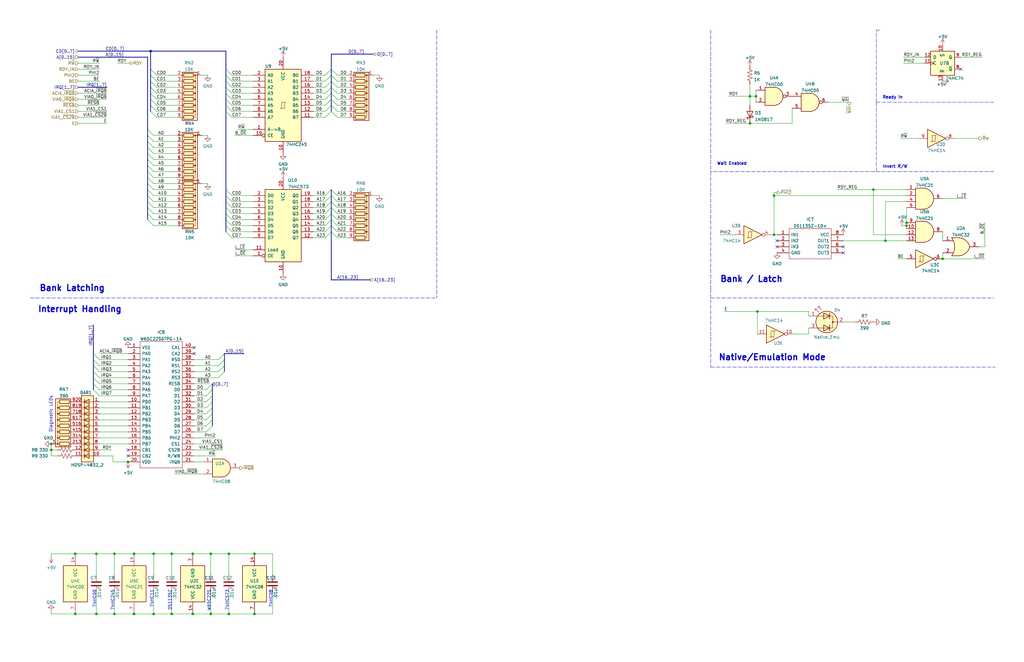
<source format=kicad_sch>
(kicad_sch (version 20211123) (generator eeschema)
  (paper "USLedger")
  (title_block (title "NS65816 Glue Logic") (date "2022-02-09") (rev "0.0") (comment 2 "Licensed under CERN-OHL-W v2") (comment 3 "https://github.com/Chef-Tom/NS65816") (comment 4 "Thomas Mottl"))
  (lib_symbols
    (symbol "74xx:74HC74" (pin_names (offset 1.016))
      (property "Reference" "U" (at -7.62 8.89 0))
      (property "Value" "74HC74" (at -7.62 -8.89 0))
      (symbol "74HC74_1_0"
        (pin input line (at 0 -7.62 90) (length 2.54) (name "~{R}") (number "1"))
        (pin input line (at -7.62 2.54 0) (length 2.54) (name "D") (number "2"))
        (pin input clock (at -7.62 0 0) (length 2.54) (name "C") (number "3"))
        (pin input line (at 0 7.62 270) (length 2.54) (name "~{S}") (number "4"))
        (pin output line (at 7.62 2.54 180) (length 2.54) (name "Q") (number "5"))
        (pin output line (at 7.62 -2.54 180) (length 2.54) (name "~{Q}") (number "6"))
      )
      (symbol "74HC74_2_0"
        (pin input line (at 0 7.62 270) (length 2.54) (name "~{S}") (number "10"))
        (pin input clock (at -7.62 0 0) (length 2.54) (name "C") (number "11"))
        (pin input line (at -7.62 2.54 0) (length 2.54) (name "D") (number "12"))
        (pin input line (at 0 -7.62 90) (length 2.54) (name "~{R}") (number "13"))
        (pin output line (at 7.62 -2.54 180) (length 2.54) (name "~{Q}") (number "8"))
        (pin output line (at 7.62 2.54 180) (length 2.54) (name "Q") (number "9"))
      )
      (symbol "74HC74_3_0"
        (pin power_in line (at 0 10.16 270) (length 2.54) (name "VCC") (number "14"))
        (pin power_in line (at 0 -10.16 90) (length 2.54) (name "GND") (number "7"))
      )
    )
    (symbol "74xx:74LS00" (pin_names (offset 1.016))
      (property "Reference" "U" (at 0 1.27 0))
      (property "Value" "74LS00" (at 0 -1.27 0))
      (symbol "74LS00_1_1"
        (pin input line (at -7.62 2.54 0) (length 3.81) (name "~") (number "1"))
        (pin input line (at -7.62 -2.54 0) (length 3.81) (name "~") (number "2"))
        (pin output inverted (at 7.62 0 180) (length 3.81) (name "~") (number "3"))
      )
      (symbol "74LS00_1_2"
        (pin input inverted (at -7.62 2.54 0) (length 4.318) (name "~") (number "1"))
        (pin input inverted (at -7.62 -2.54 0) (length 4.318) (name "~") (number "2"))
        (pin output line (at 7.62 0 180) (length 3.81) (name "~") (number "3"))
      )
      (symbol "74LS00_2_1"
        (pin input line (at -7.62 2.54 0) (length 3.81) (name "~") (number "4"))
        (pin input line (at -7.62 -2.54 0) (length 3.81) (name "~") (number "5"))
        (pin output inverted (at 7.62 0 180) (length 3.81) (name "~") (number "6"))
      )
      (symbol "74LS00_2_2"
        (pin input inverted (at -7.62 2.54 0) (length 4.318) (name "~") (number "4"))
        (pin input inverted (at -7.62 -2.54 0) (length 4.318) (name "~") (number "5"))
        (pin output line (at 7.62 0 180) (length 3.81) (name "~") (number "6"))
      )
      (symbol "74LS00_3_1"
        (pin input line (at -7.62 -2.54 0) (length 3.81) (name "~") (number "10"))
        (pin output inverted (at 7.62 0 180) (length 3.81) (name "~") (number "8"))
        (pin input line (at -7.62 2.54 0) (length 3.81) (name "~") (number "9"))
      )
      (symbol "74LS00_3_2"
        (pin input inverted (at -7.62 -2.54 0) (length 4.318) (name "~") (number "10"))
        (pin output line (at 7.62 0 180) (length 3.81) (name "~") (number "8"))
        (pin input inverted (at -7.62 2.54 0) (length 4.318) (name "~") (number "9"))
      )
      (symbol "74LS00_4_1"
        (pin output inverted (at 7.62 0 180) (length 3.81) (name "~") (number "11"))
        (pin input line (at -7.62 2.54 0) (length 3.81) (name "~") (number "12"))
        (pin input line (at -7.62 -2.54 0) (length 3.81) (name "~") (number "13"))
      )
      (symbol "74LS00_4_2"
        (pin output line (at 7.62 0 180) (length 3.81) (name "~") (number "11"))
        (pin input inverted (at -7.62 2.54 0) (length 4.318) (name "~") (number "12"))
        (pin input inverted (at -7.62 -2.54 0) (length 4.318) (name "~") (number "13"))
      )
      (symbol "74LS00_5_0"
        (pin power_in line (at 0 12.7 270) (length 5.08) (name "VCC") (number "14"))
        (pin power_in line (at 0 -12.7 90) (length 5.08) (name "GND") (number "7"))
      )
    )
    (symbol "74xx:74LS08" (pin_names (offset 1.016))
      (property "Reference" "U" (at 0 1.27 0))
      (property "Value" "74LS08" (at 0 -1.27 0))
      (symbol "74LS08_1_1"
        (pin input line (at -7.62 2.54 0) (length 3.81) (name "~") (number "1"))
        (pin input line (at -7.62 -2.54 0) (length 3.81) (name "~") (number "2"))
        (pin output line (at 7.62 0 180) (length 3.81) (name "~") (number "3"))
      )
      (symbol "74LS08_1_2"
        (pin input inverted (at -7.62 2.54 0) (length 4.318) (name "~") (number "1"))
        (pin input inverted (at -7.62 -2.54 0) (length 4.318) (name "~") (number "2"))
        (pin output inverted (at 7.62 0 180) (length 3.81) (name "~") (number "3"))
      )
      (symbol "74LS08_2_1"
        (pin input line (at -7.62 2.54 0) (length 3.81) (name "~") (number "4"))
        (pin input line (at -7.62 -2.54 0) (length 3.81) (name "~") (number "5"))
        (pin output line (at 7.62 0 180) (length 3.81) (name "~") (number "6"))
      )
      (symbol "74LS08_2_2"
        (pin input inverted (at -7.62 2.54 0) (length 4.318) (name "~") (number "4"))
        (pin input inverted (at -7.62 -2.54 0) (length 4.318) (name "~") (number "5"))
        (pin output inverted (at 7.62 0 180) (length 3.81) (name "~") (number "6"))
      )
      (symbol "74LS08_3_1"
        (pin input line (at -7.62 -2.54 0) (length 3.81) (name "~") (number "10"))
        (pin output line (at 7.62 0 180) (length 3.81) (name "~") (number "8"))
        (pin input line (at -7.62 2.54 0) (length 3.81) (name "~") (number "9"))
      )
      (symbol "74LS08_3_2"
        (pin input inverted (at -7.62 -2.54 0) (length 4.318) (name "~") (number "10"))
        (pin output inverted (at 7.62 0 180) (length 3.81) (name "~") (number "8"))
        (pin input inverted (at -7.62 2.54 0) (length 4.318) (name "~") (number "9"))
      )
      (symbol "74LS08_4_1"
        (pin output line (at 7.62 0 180) (length 3.81) (name "~") (number "11"))
        (pin input line (at -7.62 2.54 0) (length 3.81) (name "~") (number "12"))
        (pin input line (at -7.62 -2.54 0) (length 3.81) (name "~") (number "13"))
      )
      (symbol "74LS08_4_2"
        (pin output inverted (at 7.62 0 180) (length 3.81) (name "~") (number "11"))
        (pin input inverted (at -7.62 2.54 0) (length 4.318) (name "~") (number "12"))
        (pin input inverted (at -7.62 -2.54 0) (length 4.318) (name "~") (number "13"))
      )
      (symbol "74LS08_5_0"
        (pin power_in line (at 0 12.7 270) (length 5.08) (name "VCC") (number "14"))
        (pin power_in line (at 0 -12.7 90) (length 5.08) (name "GND") (number "7"))
      )
    )
    (symbol "74xx:74LS14" (pin_names (offset 1.016))
      (property "Reference" "U" (at 0 1.27 0))
      (property "Value" "74LS14" (at 0 -1.27 0))
      (symbol "74LS14_1_0"
        (pin input line (at -7.62 0 0) (length 3.81) (name "~") (number "1"))
        (pin output inverted (at 7.62 0 180) (length 3.81) (name "~") (number "2"))
      )
      (symbol "74LS14_2_0"
        (pin input line (at -7.62 0 0) (length 3.81) (name "~") (number "3"))
        (pin output inverted (at 7.62 0 180) (length 3.81) (name "~") (number "4"))
      )
      (symbol "74LS14_3_0"
        (pin input line (at -7.62 0 0) (length 3.81) (name "~") (number "5"))
        (pin output inverted (at 7.62 0 180) (length 3.81) (name "~") (number "6"))
      )
      (symbol "74LS14_4_0"
        (pin output inverted (at 7.62 0 180) (length 3.81) (name "~") (number "8"))
        (pin input line (at -7.62 0 0) (length 3.81) (name "~") (number "9"))
      )
      (symbol "74LS14_5_0"
        (pin output inverted (at 7.62 0 180) (length 3.81) (name "~") (number "10"))
        (pin input line (at -7.62 0 0) (length 3.81) (name "~") (number "11"))
      )
      (symbol "74LS14_6_0"
        (pin output inverted (at 7.62 0 180) (length 3.81) (name "~") (number "12"))
        (pin input line (at -7.62 0 0) (length 3.81) (name "~") (number "13"))
      )
      (symbol "74LS14_7_0"
        (pin power_in line (at 0 12.7 270) (length 5.08) (name "VCC") (number "14"))
        (pin power_in line (at 0 -12.7 90) (length 5.08) (name "GND") (number "7"))
      )
    )
    (symbol "74xx:74LS21" (pin_names (offset 1.016))
      (property "Reference" "U" (at 0 1.27 0))
      (property "Value" "74LS21" (at 0 -1.27 0))
      (symbol "74LS21_1_1"
        (pin input line (at -7.62 3.81 0) (length 3.81) (name "~") (number "1"))
        (pin input line (at -7.62 1.27 0) (length 3.81) (name "~") (number "2"))
        (pin input line (at -7.62 -1.27 0) (length 3.81) (name "~") (number "4"))
        (pin input line (at -7.62 -3.81 0) (length 3.81) (name "~") (number "5"))
        (pin output line (at 7.62 0 180) (length 3.81) (name "~") (number "6"))
      )
      (symbol "74LS21_1_2"
        (pin input inverted (at -7.62 3.81 0) (length 3.81) (name "~") (number "1"))
        (pin input inverted (at -7.62 1.27 0) (length 4.826) (name "~") (number "2"))
        (pin input inverted (at -7.62 -1.27 0) (length 4.826) (name "~") (number "4"))
        (pin input inverted (at -7.62 -3.81 0) (length 3.81) (name "~") (number "5"))
        (pin output inverted (at 7.62 0 180) (length 3.81) (name "~") (number "6"))
      )
      (symbol "74LS21_2_1"
        (pin input line (at -7.62 1.27 0) (length 3.81) (name "~") (number "10"))
        (pin input line (at -7.62 -1.27 0) (length 3.81) (name "~") (number "12"))
        (pin input line (at -7.62 -3.81 0) (length 3.81) (name "~") (number "13"))
        (pin output line (at 7.62 0 180) (length 3.81) (name "~") (number "8"))
        (pin input line (at -7.62 3.81 0) (length 3.81) (name "~") (number "9"))
      )
      (symbol "74LS21_2_2"
        (pin input inverted (at -7.62 1.27 0) (length 4.826) (name "~") (number "10"))
        (pin input inverted (at -7.62 -1.27 0) (length 4.826) (name "~") (number "12"))
        (pin input inverted (at -7.62 -3.81 0) (length 3.81) (name "~") (number "13"))
        (pin output inverted (at 7.62 0 180) (length 3.81) (name "~") (number "8"))
        (pin input inverted (at -7.62 3.81 0) (length 3.81) (name "~") (number "9"))
      )
      (symbol "74LS21_3_0"
        (pin power_in line (at 0 12.7 270) (length 5.08) (name "VCC") (number "14"))
        (pin power_in line (at 0 -12.7 90) (length 5.08) (name "GND") (number "7"))
      )
    )
    (symbol "74xx:74LS245" (pin_names (offset 1.016))
      (property "Reference" "U" (at -7.62 16.51 0))
      (property "Value" "74LS245" (at -7.62 -16.51 0))
      (symbol "74LS245_1_0"
        (pin input line (at -12.7 -10.16 0) (length 5.08) (name "A->B") (number "1"))
        (pin power_in line (at 0 -20.32 90) (length 5.08) (name "GND") (number "10"))
        (pin tri_state line (at 12.7 -5.08 180) (length 5.08) (name "B7") (number "11"))
        (pin tri_state line (at 12.7 -2.54 180) (length 5.08) (name "B6") (number "12"))
        (pin tri_state line (at 12.7 0 180) (length 5.08) (name "B5") (number "13"))
        (pin tri_state line (at 12.7 2.54 180) (length 5.08) (name "B4") (number "14"))
        (pin tri_state line (at 12.7 5.08 180) (length 5.08) (name "B3") (number "15"))
        (pin tri_state line (at 12.7 7.62 180) (length 5.08) (name "B2") (number "16"))
        (pin tri_state line (at 12.7 10.16 180) (length 5.08) (name "B1") (number "17"))
        (pin tri_state line (at 12.7 12.7 180) (length 5.08) (name "B0") (number "18"))
        (pin input inverted (at -12.7 -12.7 0) (length 5.08) (name "CE") (number "19"))
        (pin tri_state line (at -12.7 12.7 0) (length 5.08) (name "A0") (number "2"))
        (pin power_in line (at 0 20.32 270) (length 5.08) (name "VCC") (number "20"))
        (pin tri_state line (at -12.7 10.16 0) (length 5.08) (name "A1") (number "3"))
        (pin tri_state line (at -12.7 7.62 0) (length 5.08) (name "A2") (number "4"))
        (pin tri_state line (at -12.7 5.08 0) (length 5.08) (name "A3") (number "5"))
        (pin tri_state line (at -12.7 2.54 0) (length 5.08) (name "A4") (number "6"))
        (pin tri_state line (at -12.7 0 0) (length 5.08) (name "A5") (number "7"))
        (pin tri_state line (at -12.7 -2.54 0) (length 5.08) (name "A6") (number "8"))
        (pin tri_state line (at -12.7 -5.08 0) (length 5.08) (name "A7") (number "9"))
      )
    )
    (symbol "74xx:74LS32" (pin_names (offset 1.016))
      (property "Reference" "U" (at 0 1.27 0))
      (property "Value" "74LS32" (at 0 -1.27 0))
      (symbol "74LS32_1_1"
        (pin input line (at -7.62 2.54 0) (length 4.318) (name "~") (number "1"))
        (pin input line (at -7.62 -2.54 0) (length 4.318) (name "~") (number "2"))
        (pin output line (at 7.62 0 180) (length 3.81) (name "~") (number "3"))
      )
      (symbol "74LS32_1_2"
        (pin input inverted (at -7.62 2.54 0) (length 3.81) (name "~") (number "1"))
        (pin input inverted (at -7.62 -2.54 0) (length 3.81) (name "~") (number "2"))
        (pin output inverted (at 7.62 0 180) (length 3.81) (name "~") (number "3"))
      )
      (symbol "74LS32_2_1"
        (pin input line (at -7.62 2.54 0) (length 4.318) (name "~") (number "4"))
        (pin input line (at -7.62 -2.54 0) (length 4.318) (name "~") (number "5"))
        (pin output line (at 7.62 0 180) (length 3.81) (name "~") (number "6"))
      )
      (symbol "74LS32_2_2"
        (pin input inverted (at -7.62 2.54 0) (length 3.81) (name "~") (number "4"))
        (pin input inverted (at -7.62 -2.54 0) (length 3.81) (name "~") (number "5"))
        (pin output inverted (at 7.62 0 180) (length 3.81) (name "~") (number "6"))
      )
      (symbol "74LS32_3_1"
        (pin input line (at -7.62 -2.54 0) (length 4.318) (name "~") (number "10"))
        (pin output line (at 7.62 0 180) (length 3.81) (name "~") (number "8"))
        (pin input line (at -7.62 2.54 0) (length 4.318) (name "~") (number "9"))
      )
      (symbol "74LS32_3_2"
        (pin input inverted (at -7.62 -2.54 0) (length 3.81) (name "~") (number "10"))
        (pin output inverted (at 7.62 0 180) (length 3.81) (name "~") (number "8"))
        (pin input inverted (at -7.62 2.54 0) (length 3.81) (name "~") (number "9"))
      )
      (symbol "74LS32_4_1"
        (pin output line (at 7.62 0 180) (length 3.81) (name "~") (number "11"))
        (pin input line (at -7.62 2.54 0) (length 4.318) (name "~") (number "12"))
        (pin input line (at -7.62 -2.54 0) (length 4.318) (name "~") (number "13"))
      )
      (symbol "74LS32_4_2"
        (pin output inverted (at 7.62 0 180) (length 3.81) (name "~") (number "11"))
        (pin input inverted (at -7.62 2.54 0) (length 3.81) (name "~") (number "12"))
        (pin input inverted (at -7.62 -2.54 0) (length 3.81) (name "~") (number "13"))
      )
      (symbol "74LS32_5_0"
        (pin power_in line (at 0 12.7 270) (length 5.08) (name "VCC") (number "14"))
        (pin power_in line (at 0 -12.7 90) (length 5.08) (name "GND") (number "7"))
      )
    )
    (symbol "74xx:74LS573" (pin_names (offset 1.016))
      (property "Reference" "U" (at -7.62 16.51 0))
      (property "Value" "74LS573" (at -7.62 -16.51 0))
      (symbol "74LS573_1_0"
        (pin input inverted (at -12.7 -12.7 0) (length 5.08) (name "OE") (number "1"))
        (pin power_in line (at 0 -20.32 90) (length 5.08) (name "GND") (number "10"))
        (pin input line (at -12.7 -10.16 0) (length 5.08) (name "Load") (number "11"))
        (pin tri_state line (at 12.7 -5.08 180) (length 5.08) (name "Q7") (number "12"))
        (pin tri_state line (at 12.7 -2.54 180) (length 5.08) (name "Q6") (number "13"))
        (pin tri_state line (at 12.7 0 180) (length 5.08) (name "Q5") (number "14"))
        (pin tri_state line (at 12.7 2.54 180) (length 5.08) (name "Q4") (number "15"))
        (pin tri_state line (at 12.7 5.08 180) (length 5.08) (name "Q3") (number "16"))
        (pin tri_state line (at 12.7 7.62 180) (length 5.08) (name "Q2") (number "17"))
        (pin tri_state line (at 12.7 10.16 180) (length 5.08) (name "Q1") (number "18"))
        (pin tri_state line (at 12.7 12.7 180) (length 5.08) (name "Q0") (number "19"))
        (pin input line (at -12.7 12.7 0) (length 5.08) (name "D0") (number "2"))
        (pin power_in line (at 0 20.32 270) (length 5.08) (name "VCC") (number "20"))
        (pin input line (at -12.7 10.16 0) (length 5.08) (name "D1") (number "3"))
        (pin input line (at -12.7 7.62 0) (length 5.08) (name "D2") (number "4"))
        (pin input line (at -12.7 5.08 0) (length 5.08) (name "D3") (number "5"))
        (pin input line (at -12.7 2.54 0) (length 5.08) (name "D4") (number "6"))
        (pin input line (at -12.7 0 0) (length 5.08) (name "D5") (number "7"))
        (pin input line (at -12.7 -2.54 0) (length 5.08) (name "D6") (number "8"))
        (pin input line (at -12.7 -5.08 0) (length 5.08) (name "D7") (number "9"))
      )
    )
    (symbol "Device:C" (pin_numbers hide) (pin_names (offset 0.254))
      (property "Reference" "C" (at 0.635 2.54 0))
      (property "Value" "C" (at 0.635 -2.54 0))
      (symbol "C_1_1"
        (pin passive line (at 0 3.81 270) (length 2.794) (name "~") (number "1"))
        (pin passive line (at 0 -3.81 90) (length 2.794) (name "~") (number "2"))
      )
    )
    (symbol "Device:LED_Dual_AKA" (pin_names (offset 0) hide)
      (property "Reference" "D" (at 0 5.715 0))
      (property "Value" "LED_Dual_AKA" (at 0 -6.35 0))
      (symbol "LED_Dual_AKA_1_1"
        (pin input line (at 7.62 2.54 180) (length 3.81) (name "A1") (number "1"))
        (pin input line (at -7.62 0 0) (length 3.048) (name "K") (number "2"))
        (pin input line (at 7.62 -2.54 180) (length 3.81) (name "A2") (number "3"))
      )
    )
    (symbol "Device:R_Network08" (pin_names (offset 0) hide)
      (property "Reference" "RN" (at -12.7 0 90))
      (property "Value" "R_Network08" (at 10.16 0 90))
      (symbol "R_Network08_1_1"
        (pin passive line (at -10.16 5.08 270) (length 2.54) (name "common") (number "1"))
        (pin passive line (at -10.16 -5.08 90) (length 1.27) (name "R1") (number "2"))
        (pin passive line (at -7.62 -5.08 90) (length 1.27) (name "R2") (number "3"))
        (pin passive line (at -5.08 -5.08 90) (length 1.27) (name "R3") (number "4"))
        (pin passive line (at -2.54 -5.08 90) (length 1.27) (name "R4") (number "5"))
        (pin passive line (at 0 -5.08 90) (length 1.27) (name "R5") (number "6"))
        (pin passive line (at 2.54 -5.08 90) (length 1.27) (name "R6") (number "7"))
        (pin passive line (at 5.08 -5.08 90) (length 1.27) (name "R7") (number "8"))
        (pin passive line (at 7.62 -5.08 90) (length 1.27) (name "R8") (number "9"))
      )
    )
    (symbol "Device:R_US" (pin_numbers hide) (pin_names (offset 0))
      (property "Reference" "R" (at 2.54 0 90))
      (property "Value" "R_US" (at -2.54 0 90))
      (symbol "R_US_1_1"
        (pin passive line (at 0 3.81 270) (length 1.27) (name "~") (number "1"))
        (pin passive line (at 0 -3.81 90) (length 1.27) (name "~") (number "2"))
      )
    )
    (symbol "Diode:1N5817" (pin_numbers hide) (pin_names (offset 1.016) hide)
      (property "Reference" "D" (at 0 2.54 0))
      (property "Value" "1N5817" (at 0 -2.54 0))
      (symbol "1N5817_1_1"
        (pin passive line (at -3.81 0 0) (length 2.54) (name "K") (number "1"))
        (pin passive line (at 3.81 0 180) (length 2.54) (name "A") (number "2"))
      )
    )
    (symbol "LED:HDSP-4832_2" (pin_names (offset 1.016) hide)
      (property "Reference" "BAR" (at 0 15.24 0))
      (property "Value" "HDSP-4832_2" (at 0 -17.78 0))
      (symbol "HDSP-4832_2_1_1"
        (pin passive line (at -5.08 10.16 0) (length 2.54) (name "A") (number "1"))
        (pin passive line (at -5.08 -12.7 0) (length 2.54) (name "A") (number "10"))
        (pin passive line (at 5.08 -12.7 180) (length 2.54) (name "K") (number "11"))
        (pin passive line (at 5.08 -10.16 180) (length 2.54) (name "K") (number "12"))
        (pin passive line (at 5.08 -7.62 180) (length 2.54) (name "K") (number "13"))
        (pin passive line (at 5.08 -5.08 180) (length 2.54) (name "K") (number "14"))
        (pin passive line (at 5.08 -2.54 180) (length 2.54) (name "K") (number "15"))
        (pin passive line (at 5.08 0 180) (length 2.54) (name "K") (number "16"))
        (pin passive line (at 5.08 2.54 180) (length 2.54) (name "K") (number "17"))
        (pin passive line (at 5.08 5.08 180) (length 2.54) (name "K") (number "18"))
        (pin passive line (at 5.08 7.62 180) (length 2.54) (name "K") (number "19"))
        (pin passive line (at -5.08 7.62 0) (length 2.54) (name "A") (number "2"))
        (pin passive line (at 5.08 10.16 180) (length 2.54) (name "K") (number "20"))
        (pin passive line (at -5.08 5.08 0) (length 2.54) (name "A") (number "3"))
        (pin passive line (at -5.08 2.54 0) (length 2.54) (name "A") (number "4"))
        (pin passive line (at -5.08 0 0) (length 2.54) (name "A") (number "5"))
        (pin passive line (at -5.08 -2.54 0) (length 2.54) (name "A") (number "6"))
        (pin passive line (at -5.08 -5.08 0) (length 2.54) (name "A") (number "7"))
        (pin passive line (at -5.08 -7.62 0) (length 2.54) (name "A") (number "8"))
        (pin passive line (at -5.08 -10.16 0) (length 2.54) (name "A") (number "9"))
      )
    )
    (symbol "SamacSys_Parts:DS1135Z-10+" (pin_names (offset 0.762))
      (property "Reference" "IC" (at 24.13 7.62 0))
      (property "Value" "DS1135Z-10+" (at 24.13 5.08 0))
      (symbol "DS1135Z-10+_0_0"
        (pin passive line (at 0 0 0) (length 5.08) (name "IN1") (number "1"))
        (pin passive line (at 0 -2.54 0) (length 5.08) (name "IN2") (number "2"))
        (pin passive line (at 0 -5.08 0) (length 5.08) (name "IN3") (number "3"))
        (pin passive line (at 0 -7.62 0) (length 5.08) (name "GND") (number "4"))
        (pin passive line (at 27.94 -7.62 180) (length 5.08) (name "OUT3") (number "5"))
        (pin passive line (at 27.94 -5.08 180) (length 5.08) (name "OUT2") (number "6"))
        (pin passive line (at 27.94 -2.54 180) (length 5.08) (name "OUT1") (number "7"))
        (pin passive line (at 27.94 0 180) (length 5.08) (name "VCC") (number "8"))
      )
    )
    (symbol "SamacSys_Parts:W65C22S6TPG-14" (pin_names (offset 0.762))
      (property "Reference" "IC" (at 24.13 7.62 0))
      (property "Value" "W65C22S6TPG-14" (at 24.13 5.08 0))
      (symbol "W65C22S6TPG-14_0_0"
        (pin passive line (at 0 0 0) (length 5.08) (name "VSS") (number "1"))
        (pin passive line (at 0 -22.86 0) (length 5.08) (name "PB0") (number "10"))
        (pin passive line (at 0 -25.4 0) (length 5.08) (name "PB1") (number "11"))
        (pin passive line (at 0 -27.94 0) (length 5.08) (name "PB2") (number "12"))
        (pin passive line (at 0 -30.48 0) (length 5.08) (name "PB3") (number "13"))
        (pin passive line (at 0 -33.02 0) (length 5.08) (name "PB4") (number "14"))
        (pin passive line (at 0 -35.56 0) (length 5.08) (name "PB5") (number "15"))
        (pin passive line (at 0 -38.1 0) (length 5.08) (name "PB6") (number "16"))
        (pin passive line (at 0 -40.64 0) (length 5.08) (name "PB7") (number "17"))
        (pin passive line (at 0 -43.18 0) (length 5.08) (name "CB1") (number "18"))
        (pin passive line (at 0 -45.72 0) (length 5.08) (name "CB2") (number "19"))
        (pin passive line (at 0 -2.54 0) (length 5.08) (name "PA0") (number "2"))
        (pin passive line (at 0 -48.26 0) (length 5.08) (name "VDD") (number "20"))
        (pin passive line (at 27.94 -48.26 180) (length 5.08) (name "IRQB") (number "21"))
        (pin passive line (at 27.94 -45.72 180) (length 5.08) (name "R/WB") (number "22"))
        (pin passive line (at 27.94 -43.18 180) (length 5.08) (name "CS2B") (number "23"))
        (pin passive line (at 27.94 -40.64 180) (length 5.08) (name "CS1") (number "24"))
        (pin passive line (at 27.94 -38.1 180) (length 5.08) (name "PHI2") (number "25"))
        (pin passive line (at 27.94 -35.56 180) (length 5.08) (name "D7") (number "26"))
        (pin passive line (at 27.94 -33.02 180) (length 5.08) (name "D6") (number "27"))
        (pin passive line (at 27.94 -30.48 180) (length 5.08) (name "D5") (number "28"))
        (pin passive line (at 27.94 -27.94 180) (length 5.08) (name "D4") (number "29"))
        (pin passive line (at 0 -5.08 0) (length 5.08) (name "PA1") (number "3"))
        (pin passive line (at 27.94 -25.4 180) (length 5.08) (name "D3") (number "30"))
        (pin passive line (at 27.94 -22.86 180) (length 5.08) (name "D2") (number "31"))
        (pin passive line (at 27.94 -20.32 180) (length 5.08) (name "D1") (number "32"))
        (pin passive line (at 27.94 -17.78 180) (length 5.08) (name "D0") (number "33"))
        (pin passive line (at 27.94 -15.24 180) (length 5.08) (name "RESB") (number "34"))
        (pin passive line (at 27.94 -12.7 180) (length 5.08) (name "RS3") (number "35"))
        (pin passive line (at 27.94 -10.16 180) (length 5.08) (name "RS2") (number "36"))
        (pin passive line (at 27.94 -7.62 180) (length 5.08) (name "RS1") (number "37"))
        (pin passive line (at 27.94 -5.08 180) (length 5.08) (name "RS0") (number "38"))
        (pin passive line (at 27.94 -2.54 180) (length 5.08) (name "CA2") (number "39"))
        (pin passive line (at 0 -7.62 0) (length 5.08) (name "PA2") (number "4"))
        (pin passive line (at 27.94 0 180) (length 5.08) (name "CA1") (number "40"))
        (pin passive line (at 0 -10.16 0) (length 5.08) (name "PA3") (number "5"))
        (pin passive line (at 0 -12.7 0) (length 5.08) (name "PA4") (number "6"))
        (pin passive line (at 0 -15.24 0) (length 5.08) (name "PA5") (number "7"))
        (pin passive line (at 0 -17.78 0) (length 5.08) (name "PA6") (number "8"))
        (pin passive line (at 0 -20.32 0) (length 5.08) (name "PA7") (number "9"))
      )
    )
    (symbol "power:+5V" (power) (pin_names (offset 0))
      (property "Value" "+5V" (at 0 3.556 0))
      (symbol "+5V_1_1"
        (pin power_in line (at 0 0 90) (length 0) hide (name "+5V") (number "1"))
      )
    )
    (symbol "power:GND" (power) (pin_names (offset 0))
      (property "Value" "GND" (at 0 -3.81 0))
      (symbol "GND_1_1"
        (pin power_in line (at 0 0 270) (length 0) hide (name "GND") (number "1"))
      )
    )
  )
  (junction (at 107.315 259.08))
  (junction (at 368.3 80.01))
  (junction (at 72.39 259.08))
  (junction (at 81.28 233.68))
  (junction (at 48.26 259.08))
  (junction (at 64.77 233.68))
  (junction (at 326.39 99.06))
  (junction (at 21.59 189.865))
  (junction (at 96.52 259.08))
  (junction (at 88.9 233.68))
  (junction (at 96.52 233.68))
  (junction (at 373.38 101.6))
  (junction (at 318.77 40.64))
  (junction (at 72.39 233.68))
  (junction (at 53.975 194.945))
  (junction (at 31.75 233.68))
  (junction (at 107.315 233.68))
  (junction (at 56.515 259.08))
  (junction (at 48.26 233.68))
  (junction (at 31.75 259.08))
  (junction (at 316.23 52.07))
  (junction (at 40.64 233.68))
  (junction (at 81.28 259.08))
  (junction (at 40.64 259.08))
  (junction (at 316.23 40.64))
  (junction (at 382.27 93.98))
  (junction (at 326.39 82.55))
  (junction (at 64.77 259.08))
  (junction (at 63.5 21.59))
  (junction (at 319.405 131.445))
  (junction (at 21.59 187.325))
  (junction (at 397.51 109.22))
  (junction (at 382.27 95.25))
  (junction (at 88.9 259.08))
  (junction (at 56.515 233.68))
  (no_connect (at 405.13 29.21))
  (no_connect (at 355.6 106.68))
  (no_connect (at 355.6 104.14))
  (no_connect (at 327.66 104.14))
  (no_connect (at 53.975 192.405))
  (no_connect (at 53.975 189.865))
  (no_connect (at 81.915 146.685))
  (no_connect (at 81.915 149.225))
  (no_connect (at 327.66 101.6))
  (bus_entry (at 142.24 39.37) (size -2.54 -2.54))
  (bus_entry (at 142.24 46.99) (size -2.54 -2.54))
  (bus_entry (at 142.24 92.71) (size -2.54 -2.54))
  (bus_entry (at 137.16 31.75) (size 2.54 -2.54))
  (bus_entry (at 95.25 36.83) (size 2.54 2.54))
  (bus_entry (at 137.16 100.33) (size 2.54 -2.54))
  (bus_entry (at 86.995 174.625) (size 2.54 -2.54))
  (bus_entry (at 94.615 149.225) (size -2.54 2.54))
  (bus_entry (at 39.37 156.845) (size 2.54 2.54))
  (bus_entry (at 94.615 156.845) (size -2.54 2.54))
  (bus_entry (at 95.25 44.45) (size 2.54 2.54))
  (bus_entry (at 137.16 90.17) (size 2.54 -2.54))
  (bus_entry (at 137.16 95.25) (size 2.54 -2.54))
  (bus_entry (at 142.24 97.79) (size -2.54 -2.54))
  (bus_entry (at 86.995 177.165) (size 2.54 -2.54))
  (bus_entry (at 39.37 161.925) (size 2.54 2.54))
  (bus_entry (at 86.995 172.085) (size 2.54 -2.54))
  (bus_entry (at 137.16 97.79) (size 2.54 -2.54))
  (bus_entry (at 95.25 82.55) (size 2.54 2.54))
  (bus_entry (at 95.25 87.63) (size 2.54 2.54))
  (bus_entry (at 95.25 95.25) (size 2.54 2.54))
  (bus_entry (at 95.25 31.75) (size 2.54 2.54))
  (bus_entry (at 142.24 31.75) (size -2.54 -2.54))
  (bus_entry (at 95.25 97.79) (size 2.54 2.54))
  (bus_entry (at 137.16 46.99) (size 2.54 -2.54))
  (bus_entry (at 39.37 149.225) (size 2.54 2.54))
  (bus_entry (at 86.995 179.705) (size 2.54 -2.54))
  (bus_entry (at 137.16 41.91) (size 2.54 -2.54))
  (bus_entry (at 137.16 85.09) (size 2.54 -2.54))
  (bus_entry (at 137.16 34.29) (size 2.54 -2.54))
  (bus_entry (at 95.25 90.17) (size 2.54 2.54))
  (bus_entry (at 95.25 46.99) (size 2.54 2.54))
  (bus_entry (at 142.24 100.33) (size -2.54 -2.54))
  (bus_entry (at 63.5 46.99) (size 2.54 2.54))
  (bus_entry (at 63.5 44.45) (size 2.54 2.54))
  (bus_entry (at 63.5 41.91) (size 2.54 2.54))
  (bus_entry (at 63.5 31.75) (size 2.54 2.54))
  (bus_entry (at 63.5 34.29) (size 2.54 2.54))
  (bus_entry (at 63.5 36.83) (size 2.54 2.54))
  (bus_entry (at 63.5 39.37) (size 2.54 2.54))
  (bus_entry (at 63.5 29.21) (size 2.54 2.54))
  (bus_entry (at 95.25 39.37) (size 2.54 2.54))
  (bus_entry (at 95.25 85.09) (size 2.54 2.54))
  (bus_entry (at 142.24 41.91) (size -2.54 -2.54))
  (bus_entry (at 95.25 92.71) (size 2.54 2.54))
  (bus_entry (at 142.24 49.53) (size -2.54 -2.54))
  (bus_entry (at 142.24 36.83) (size -2.54 -2.54))
  (bus_entry (at 142.24 87.63) (size -2.54 -2.54))
  (bus_entry (at 95.25 34.29) (size 2.54 2.54))
  (bus_entry (at 95.25 41.91) (size 2.54 2.54))
  (bus_entry (at 142.24 82.55) (size -2.54 -2.54))
  (bus_entry (at 137.16 39.37) (size 2.54 -2.54))
  (bus_entry (at 39.37 154.305) (size 2.54 2.54))
  (bus_entry (at 95.25 29.21) (size 2.54 2.54))
  (bus_entry (at 142.24 85.09) (size -2.54 -2.54))
  (bus_entry (at 86.995 169.545) (size 2.54 -2.54))
  (bus_entry (at 137.16 82.55) (size 2.54 -2.54))
  (bus_entry (at 142.24 34.29) (size -2.54 -2.54))
  (bus_entry (at 39.37 164.465) (size 2.54 2.54))
  (bus_entry (at 39.37 159.385) (size 2.54 2.54))
  (bus_entry (at 137.16 44.45) (size 2.54 -2.54))
  (bus_entry (at 137.16 92.71) (size 2.54 -2.54))
  (bus_entry (at 39.37 151.765) (size 2.54 2.54))
  (bus_entry (at 86.995 164.465) (size 2.54 -2.54))
  (bus_entry (at 137.16 49.53) (size 2.54 -2.54))
  (bus_entry (at 94.615 151.765) (size -2.54 2.54))
  (bus_entry (at 95.25 80.01) (size 2.54 2.54))
  (bus_entry (at 86.995 167.005) (size 2.54 -2.54))
  (bus_entry (at 86.995 182.245) (size 2.54 -2.54))
  (bus_entry (at 94.615 154.305) (size -2.54 2.54))
  (bus_entry (at 137.16 87.63) (size 2.54 -2.54))
  (bus_entry (at 142.24 95.25) (size -2.54 -2.54))
  (bus_entry (at 137.16 36.83) (size 2.54 -2.54))
  (bus_entry (at 142.24 90.17) (size -2.54 -2.54))
  (bus_entry (at 62.23 67.31) (size 2.54 2.54))
  (bus_entry (at 62.23 64.77) (size 2.54 2.54))
  (bus_entry (at 62.23 69.85) (size 2.54 2.54))
  (bus_entry (at 62.23 72.39) (size 2.54 2.54))
  (bus_entry (at 62.23 77.47) (size 2.54 2.54))
  (bus_entry (at 62.23 74.93) (size 2.54 2.54))
  (bus_entry (at 62.23 80.01) (size 2.54 2.54))
  (bus_entry (at 62.23 82.55) (size 2.54 2.54))
  (bus_entry (at 62.23 87.63) (size 2.54 2.54))
  (bus_entry (at 62.23 85.09) (size 2.54 2.54))
  (bus_entry (at 62.23 90.17) (size 2.54 2.54))
  (bus_entry (at 62.23 54.61) (size 2.54 2.54))
  (bus_entry (at 62.23 57.15) (size 2.54 2.54))
  (bus_entry (at 62.23 59.69) (size 2.54 2.54))
  (bus_entry (at 62.23 62.23) (size 2.54 2.54))
  (bus_entry (at 62.23 92.71) (size 2.54 2.54))
  (bus_entry (at 142.24 44.45) (size -2.54 -2.54))
  (bus (pts (xy 139.7 39.37) (xy 139.7 36.83)))
  (wire (pts (xy 41.91 151.765) (xy 53.975 151.765)))
  (wire (pts (xy 147.32 41.91) (xy 142.24 41.91)))
  (wire (pts (xy 382.27 85.09) (xy 373.38 85.09)))
  (wire (pts (xy 40.64 233.68) (xy 48.26 233.68)))
  (wire (pts (xy 147.32 95.25) (xy 142.24 95.25)))
  (wire (pts (xy 114.935 250.19) (xy 114.935 259.08)))
  (wire (pts (xy 72.39 259.08) (xy 81.28 259.08)))
  (bus (pts (xy 33.02 21.59) (xy 63.5 21.59)))
  (polyline (pts (xy 299.72 72.39) (xy 299.72 121.92)))
  (wire (pts (xy 64.77 250.19) (xy 64.77 259.08)))
  (wire (pts (xy 316.23 40.64) (xy 316.23 44.45)))
  (bus (pts (xy 62.23 80.01) (xy 62.23 82.55)))
  (wire (pts (xy 114.935 233.68) (xy 114.935 242.57)))
  (wire (pts (xy 147.32 46.99) (xy 142.24 46.99)))
  (wire (pts (xy 96.52 233.68) (xy 96.52 242.57)))
  (wire (pts (xy 397.51 106.68) (xy 397.51 109.22)))
  (wire (pts (xy 397.51 97.79) (xy 397.51 101.6)))
  (wire (pts (xy 132.08 85.09) (xy 137.16 85.09)))
  (bus (pts (xy 63.5 31.75) (xy 63.5 34.29)))
  (bus (pts (xy 39.37 161.925) (xy 39.37 164.465)))
  (polyline (pts (xy 299.72 12.7) (xy 299.72 72.39)))
  (wire (pts (xy 132.08 46.99) (xy 137.16 46.99)))
  (wire (pts (xy 41.91 161.925) (xy 53.975 161.925)))
  (wire (pts (xy 41.91 182.245) (xy 53.975 182.245)))
  (wire (pts (xy 356.235 135.89) (xy 360.68 135.89)))
  (polyline (pts (xy 369.57 43.18) (xy 369.57 12.7)))
  (wire (pts (xy 381 24.13) (xy 389.89 24.13)))
  (wire (pts (xy 85.09 57.15) (xy 87.63 57.15)))
  (wire (pts (xy 48.26 250.19) (xy 48.26 259.08)))
  (wire (pts (xy 88.9 233.68) (xy 88.9 242.57)))
  (wire (pts (xy 97.79 100.33) (xy 106.68 100.33)))
  (bus (pts (xy 39.37 159.385) (xy 39.37 161.925)))
  (wire (pts (xy 21.59 187.325) (xy 21.59 189.865)))
  (wire (pts (xy 64.77 64.77) (xy 74.93 64.77)))
  (wire (pts (xy 81.915 189.865) (xy 93.98 189.865)))
  (wire (pts (xy 92.075 154.305) (xy 81.915 154.305)))
  (wire (pts (xy 66.04 44.45) (xy 74.93 44.45)))
  (wire (pts (xy 327.66 81.28) (xy 326.39 81.28)))
  (wire (pts (xy 21.59 259.08) (xy 31.75 259.08)))
  (polyline (pts (xy 369.57 72.39) (xy 369.57 43.18)))
  (wire (pts (xy 64.77 80.01) (xy 74.93 80.01)))
  (wire (pts (xy 31.75 233.68) (xy 40.64 233.68)))
  (bus (pts (xy 63.5 29.21) (xy 63.5 31.75)))
  (wire (pts (xy 147.32 82.55) (xy 142.24 82.55)))
  (bus (pts (xy 39.37 154.305) (xy 39.37 156.845)))
  (bus (pts (xy 95.25 29.21) (xy 95.25 31.75)))
  (wire (pts (xy 132.08 92.71) (xy 137.16 92.71)))
  (wire (pts (xy 132.08 41.91) (xy 137.16 41.91)))
  (polyline (pts (xy 369.57 43.18) (xy 419.1 43.18)))
  (wire (pts (xy 64.77 87.63) (xy 74.93 87.63)))
  (wire (pts (xy 157.48 31.75) (xy 160.02 31.75)))
  (bus (pts (xy 139.7 34.29) (xy 139.7 31.75)))
  (wire (pts (xy 64.77 85.09) (xy 74.93 85.09)))
  (wire (pts (xy 132.08 100.33) (xy 137.16 100.33)))
  (bus (pts (xy 139.7 97.79) (xy 139.7 118.11)))
  (bus (pts (xy 94.615 156.845) (xy 94.615 154.305)))
  (wire (pts (xy 326.39 81.28) (xy 326.39 82.55)))
  (wire (pts (xy 340.995 138.43) (xy 340.995 140.97)))
  (bus (pts (xy 95.25 34.29) (xy 95.25 36.83)))
  (wire (pts (xy 64.77 67.31) (xy 74.93 67.31)))
  (wire (pts (xy 49.53 26.67) (xy 54.61 26.67)))
  (wire (pts (xy 46.99 189.865) (xy 41.91 189.865)))
  (wire (pts (xy 85.09 77.47) (xy 87.63 77.47)))
  (wire (pts (xy 41.91 156.845) (xy 53.975 156.845)))
  (wire (pts (xy 88.9 250.19) (xy 88.9 259.08)))
  (wire (pts (xy 64.77 95.25) (xy 74.93 95.25)))
  (wire (pts (xy 48.26 233.68) (xy 56.515 233.68)))
  (bus (pts (xy 62.23 90.17) (xy 62.23 92.71)))
  (bus (pts (xy 33.02 24.13) (xy 62.23 24.13)))
  (bus (pts (xy 89.535 177.165) (xy 89.535 174.625)))
  (wire (pts (xy 382.27 93.98) (xy 382.27 95.25)))
  (wire (pts (xy 132.08 39.37) (xy 137.16 39.37)))
  (wire (pts (xy 64.77 233.68) (xy 64.77 242.57)))
  (bus (pts (xy 62.23 59.69) (xy 62.23 62.23)))
  (wire (pts (xy 33.02 52.07) (xy 45.085 52.07)))
  (wire (pts (xy 72.39 233.68) (xy 81.28 233.68)))
  (wire (pts (xy 53.975 149.225) (xy 41.91 149.225)))
  (wire (pts (xy 147.32 49.53) (xy 142.24 49.53)))
  (wire (pts (xy 33.02 31.75) (xy 41.91 31.75)))
  (wire (pts (xy 85.725 200.025) (xy 73.66 200.025)))
  (bus (pts (xy 139.7 92.71) (xy 139.7 95.25)))
  (wire (pts (xy 85.09 31.75) (xy 87.63 31.75)))
  (bus (pts (xy 95.25 21.59) (xy 95.25 29.21)))
  (polyline (pts (xy 299.72 125.73) (xy 419.1 125.73)))
  (wire (pts (xy 368.3 99.06) (xy 368.3 80.01)))
  (wire (pts (xy 64.77 62.23) (xy 74.93 62.23)))
  (wire (pts (xy 81.915 161.925) (xy 88.265 161.925)))
  (wire (pts (xy 97.79 90.17) (xy 106.68 90.17)))
  (wire (pts (xy 96.52 250.19) (xy 96.52 259.08)))
  (wire (pts (xy 81.915 184.785) (xy 90.805 184.785)))
  (wire (pts (xy 397.51 109.22) (xy 415.29 109.22)))
  (bus (pts (xy 139.7 95.25) (xy 139.7 97.79)))
  (bus (pts (xy 62.23 87.63) (xy 62.23 90.17)))
  (wire (pts (xy 305.435 131.445) (xy 319.405 131.445)))
  (wire (pts (xy 97.79 85.09) (xy 106.68 85.09)))
  (bus (pts (xy 62.23 62.23) (xy 62.23 64.77)))
  (wire (pts (xy 334.01 52.07) (xy 316.23 52.07)))
  (bus (pts (xy 33.02 36.83) (xy 45.085 36.83)))
  (bus (pts (xy 62.23 74.93) (xy 62.23 77.47)))
  (wire (pts (xy 318.77 40.64) (xy 318.77 43.18)))
  (bus (pts (xy 39.37 151.765) (xy 39.37 154.305)))
  (wire (pts (xy 41.91 179.705) (xy 53.975 179.705)))
  (wire (pts (xy 64.77 90.17) (xy 74.93 90.17)))
  (wire (pts (xy 382.27 82.55) (xy 326.39 82.55)))
  (bus (pts (xy 62.23 72.39) (xy 62.23 74.93)))
  (wire (pts (xy 21.59 189.865) (xy 21.59 192.405)))
  (wire (pts (xy 64.77 92.71) (xy 74.93 92.71)))
  (wire (pts (xy 303.53 99.06) (xy 309.88 99.06)))
  (bus (pts (xy 62.23 85.09) (xy 62.23 87.63)))
  (wire (pts (xy 353.06 80.01) (xy 368.3 80.01)))
  (wire (pts (xy 81.915 194.945) (xy 85.725 194.945)))
  (bus (pts (xy 139.7 41.91) (xy 139.7 39.37)))
  (bus (pts (xy 62.23 24.13) (xy 62.23 54.61)))
  (wire (pts (xy 147.32 92.71) (xy 142.24 92.71)))
  (wire (pts (xy 81.915 167.005) (xy 86.995 167.005)))
  (bus (pts (xy 95.25 90.17) (xy 95.25 92.71)))
  (wire (pts (xy 21.59 259.08) (xy 21.59 257.81)))
  (bus (pts (xy 89.535 172.085) (xy 89.535 169.545)))
  (bus (pts (xy 139.7 22.86) (xy 157.48 22.86)))
  (wire (pts (xy 64.77 69.85) (xy 74.93 69.85)))
  (bus (pts (xy 95.25 31.75) (xy 95.25 34.29)))
  (wire (pts (xy 132.08 44.45) (xy 137.16 44.45)))
  (wire (pts (xy 132.08 87.63) (xy 137.16 87.63)))
  (wire (pts (xy 41.91 154.305) (xy 53.975 154.305)))
  (bus (pts (xy 95.25 95.25) (xy 95.25 97.79)))
  (bus (pts (xy 62.23 54.61) (xy 62.23 57.15)))
  (wire (pts (xy 81.915 164.465) (xy 86.995 164.465)))
  (bus (pts (xy 139.7 87.63) (xy 139.7 90.17)))
  (bus (pts (xy 94.615 154.305) (xy 94.615 151.765)))
  (bus (pts (xy 39.37 149.225) (xy 39.37 137.16)))
  (wire (pts (xy 47.625 192.405) (xy 47.625 194.945)))
  (wire (pts (xy 97.79 41.91) (xy 106.68 41.91)))
  (wire (pts (xy 72.39 250.19) (xy 72.39 259.08)))
  (wire (pts (xy 81.915 169.545) (xy 86.995 169.545)))
  (wire (pts (xy 64.77 57.15) (xy 74.93 57.15)))
  (wire (pts (xy 97.79 87.63) (xy 106.68 87.63)))
  (wire (pts (xy 368.3 80.01) (xy 382.27 80.01)))
  (wire (pts (xy 147.32 85.09) (xy 142.24 85.09)))
  (bus (pts (xy 139.7 118.11) (xy 156.21 118.11)))
  (wire (pts (xy 48.26 259.08) (xy 56.515 259.08)))
  (wire (pts (xy 319.405 131.445) (xy 340.995 131.445)))
  (wire (pts (xy 97.79 95.25) (xy 106.68 95.25)))
  (bus (pts (xy 62.23 77.47) (xy 62.23 80.01)))
  (wire (pts (xy 64.77 59.69) (xy 74.93 59.69)))
  (bus (pts (xy 63.5 36.83) (xy 63.5 39.37)))
  (bus (pts (xy 95.25 82.55) (xy 95.25 85.09)))
  (wire (pts (xy 41.91 172.085) (xy 53.975 172.085)))
  (bus (pts (xy 89.535 179.705) (xy 89.535 177.165)))
  (wire (pts (xy 47.625 194.945) (xy 53.975 194.945)))
  (wire (pts (xy 33.02 46.99) (xy 45.085 46.99)))
  (wire (pts (xy 41.91 164.465) (xy 53.975 164.465)))
  (bus (pts (xy 95.25 80.01) (xy 95.25 82.55)))
  (wire (pts (xy 96.52 259.08) (xy 107.315 259.08)))
  (wire (pts (xy 349.25 43.18) (xy 358.14 43.18)))
  (bus (pts (xy 139.7 90.17) (xy 139.7 92.71)))
  (bus (pts (xy 139.7 82.55) (xy 139.7 85.09)))
  (bus (pts (xy 62.23 57.15) (xy 62.23 59.69)))
  (wire (pts (xy 319.405 131.445) (xy 319.405 140.97)))
  (wire (pts (xy 132.08 95.25) (xy 137.16 95.25)))
  (wire (pts (xy 326.39 82.55) (xy 326.39 99.06)))
  (wire (pts (xy 33.02 26.67) (xy 41.91 26.67)))
  (bus (pts (xy 89.535 167.005) (xy 89.535 164.465)))
  (wire (pts (xy 96.52 259.08) (xy 88.9 259.08)))
  (wire (pts (xy 41.91 174.625) (xy 53.975 174.625)))
  (wire (pts (xy 340.995 140.97) (xy 334.645 140.97)))
  (wire (pts (xy 92.075 159.385) (xy 81.915 159.385)))
  (wire (pts (xy 81.915 177.165) (xy 86.995 177.165)))
  (wire (pts (xy 92.075 156.845) (xy 81.915 156.845)))
  (bus (pts (xy 95.25 92.71) (xy 95.25 95.25)))
  (wire (pts (xy 81.915 187.325) (xy 93.98 187.325)))
  (wire (pts (xy 307.34 40.64) (xy 316.23 40.64)))
  (wire (pts (xy 316.23 40.64) (xy 318.77 40.64)))
  (bus (pts (xy 139.7 36.83) (xy 139.7 34.29)))
  (bus (pts (xy 62.23 67.31) (xy 62.23 69.85)))
  (wire (pts (xy 64.77 74.93) (xy 74.93 74.93)))
  (bus (pts (xy 139.7 46.99) (xy 139.7 44.45)))
  (wire (pts (xy 21.59 189.865) (xy 24.13 189.865)))
  (wire (pts (xy 99.06 57.15) (xy 106.68 57.15)))
  (wire (pts (xy 40.64 233.68) (xy 40.64 242.57)))
  (wire (pts (xy 373.38 85.09) (xy 373.38 101.6)))
  (wire (pts (xy 81.915 192.405) (xy 90.805 192.405)))
  (bus (pts (xy 63.5 21.59) (xy 95.25 21.59)))
  (wire (pts (xy 64.77 77.47) (xy 74.93 77.47)))
  (polyline (pts (xy 299.72 126.365) (xy 299.72 154.94)))
  (wire (pts (xy 132.08 82.55) (xy 137.16 82.55)))
  (polyline (pts (xy 419.1 72.39) (xy 299.72 72.39)))
  (wire (pts (xy 66.04 36.83) (xy 74.93 36.83)))
  (wire (pts (xy 48.26 233.68) (xy 48.26 242.57)))
  (wire (pts (xy 157.48 82.55) (xy 160.02 82.55)))
  (wire (pts (xy 405.13 24.13) (xy 414.02 24.13)))
  (wire (pts (xy 132.08 49.53) (xy 137.16 49.53)))
  (wire (pts (xy 415.29 93.98) (xy 415.29 104.14)))
  (wire (pts (xy 147.32 31.75) (xy 142.24 31.75)))
  (wire (pts (xy 72.39 233.68) (xy 72.39 242.57)))
  (wire (pts (xy 378.46 109.22) (xy 382.27 109.22)))
  (wire (pts (xy 397.51 83.82) (xy 407.67 83.82)))
  (polyline (pts (xy 299.72 154.94) (xy 419.735 154.94)))
  (bus (pts (xy 63.5 39.37) (xy 63.5 41.91)))
  (wire (pts (xy 21.59 192.405) (xy 24.13 192.405)))
  (wire (pts (xy 41.91 184.785) (xy 53.975 184.785)))
  (wire (pts (xy 41.91 192.405) (xy 47.625 192.405)))
  (wire (pts (xy 33.02 29.21) (xy 41.91 29.21)))
  (wire (pts (xy 72.39 259.08) (xy 64.77 259.08)))
  (bus (pts (xy 139.7 85.09) (xy 139.7 87.63)))
  (bus (pts (xy 89.535 174.625) (xy 89.535 172.085)))
  (wire (pts (xy 40.64 259.08) (xy 31.75 259.08)))
  (bus (pts (xy 63.5 41.91) (xy 63.5 44.45)))
  (polyline (pts (xy 184.15 12.7) (xy 184.15 125.73)))
  (wire (pts (xy 340.995 131.445) (xy 340.995 133.35)))
  (wire (pts (xy 97.79 92.71) (xy 106.68 92.71)))
  (bus (pts (xy 94.615 151.765) (xy 94.615 149.225)))
  (wire (pts (xy 41.91 167.005) (xy 53.975 167.005)))
  (wire (pts (xy 33.02 44.45) (xy 41.91 44.45)))
  (wire (pts (xy 132.08 34.29) (xy 137.16 34.29)))
  (wire (pts (xy 66.04 46.99) (xy 74.93 46.99)))
  (wire (pts (xy 66.04 41.91) (xy 74.93 41.91)))
  (wire (pts (xy 41.91 169.545) (xy 53.975 169.545)))
  (wire (pts (xy 382.27 99.06) (xy 368.3 99.06)))
  (wire (pts (xy 382.27 87.63) (xy 382.27 93.98)))
  (wire (pts (xy 325.12 99.06) (xy 326.39 99.06)))
  (wire (pts (xy 33.02 39.37) (xy 45.085 39.37)))
  (wire (pts (xy 81.28 233.68) (xy 88.9 233.68)))
  (wire (pts (xy 81.915 172.085) (xy 86.995 172.085)))
  (wire (pts (xy 81.915 182.245) (xy 86.995 182.245)))
  (wire (pts (xy 40.64 250.19) (xy 40.64 259.08)))
  (bus (pts (xy 95.25 46.99) (xy 95.25 80.01)))
  (wire (pts (xy 132.08 36.83) (xy 137.16 36.83)))
  (wire (pts (xy 56.515 259.08) (xy 64.77 259.08)))
  (wire (pts (xy 99.06 107.95) (xy 106.68 107.95)))
  (wire (pts (xy 64.77 82.55) (xy 74.93 82.55)))
  (wire (pts (xy 106.68 54.61) (xy 100.33 54.61)))
  (wire (pts (xy 56.515 233.68) (xy 64.77 233.68)))
  (wire (pts (xy 318.77 38.1) (xy 318.77 40.64)))
  (bus (pts (xy 139.7 80.01) (xy 139.7 82.55)))
  (wire (pts (xy 33.02 41.91) (xy 45.085 41.91)))
  (wire (pts (xy 334.01 45.72) (xy 334.01 52.07)))
  (wire (pts (xy 306.07 52.07) (xy 316.23 52.07)))
  (wire (pts (xy 92.075 151.765) (xy 81.915 151.765)))
  (wire (pts (xy 132.08 97.79) (xy 137.16 97.79)))
  (wire (pts (xy 97.79 97.79) (xy 106.68 97.79)))
  (bus (pts (xy 62.23 69.85) (xy 62.23 72.39)))
  (wire (pts (xy 97.79 34.29) (xy 106.68 34.29)))
  (wire (pts (xy 147.32 100.33) (xy 142.24 100.33)))
  (wire (pts (xy 382.27 95.25) (xy 380.365 95.25)))
  (wire (pts (xy 379.73 58.42) (xy 387.35 58.42)))
  (wire (pts (xy 96.52 233.68) (xy 107.315 233.68)))
  (bus (pts (xy 95.25 41.91) (xy 95.25 44.45)))
  (wire (pts (xy 97.79 49.53) (xy 106.68 49.53)))
  (bus (pts (xy 62.23 64.77) (xy 62.23 67.31)))
  (wire (pts (xy 88.9 233.68) (xy 96.52 233.68)))
  (wire (pts (xy 66.04 34.29) (xy 74.93 34.29)))
  (bus (pts (xy 94.615 149.225) (xy 102.87 149.225)))
  (polyline (pts (xy 299.72 121.92) (xy 299.72 125.73)))
  (wire (pts (xy 21.59 233.68) (xy 31.75 233.68)))
  (polyline (pts (xy 12.7 125.73) (xy 184.15 125.73)))
  (bus (pts (xy 89.535 169.545) (xy 89.535 167.005)))
  (bus (pts (xy 95.25 87.63) (xy 95.25 90.17)))
  (wire (pts (xy 147.32 34.29) (xy 142.24 34.29)))
  (bus (pts (xy 63.5 34.29) (xy 63.5 36.83)))
  (wire (pts (xy 81.915 174.625) (xy 86.995 174.625)))
  (wire (pts (xy 412.75 104.14) (xy 415.29 104.14)))
  (bus (pts (xy 139.7 29.21) (xy 139.7 22.86)))
  (bus (pts (xy 39.37 149.225) (xy 39.37 151.765)))
  (wire (pts (xy 41.91 159.385) (xy 53.975 159.385)))
  (bus (pts (xy 139.7 44.45) (xy 139.7 41.91)))
  (wire (pts (xy 66.04 39.37) (xy 74.93 39.37)))
  (wire (pts (xy 41.91 177.165) (xy 53.975 177.165)))
  (wire (pts (xy 402.59 58.42) (xy 412.75 58.42)))
  (wire (pts (xy 147.32 39.37) (xy 142.24 39.37)))
  (wire (pts (xy 316.23 35.56) (xy 316.23 40.64)))
  (wire (pts (xy 33.02 34.29) (xy 41.91 34.29)))
  (bus (pts (xy 95.25 39.37) (xy 95.25 41.91)))
  (bus (pts (xy 39.37 156.845) (xy 39.37 159.385)))
  (bus (pts (xy 95.25 85.09) (xy 95.25 87.63)))
  (wire (pts (xy 97.79 44.45) (xy 106.68 44.45)))
  (wire (pts (xy 147.32 87.63) (xy 142.24 87.63)))
  (bus (pts (xy 89.535 164.465) (xy 89.535 161.925)))
  (wire (pts (xy 97.79 31.75) (xy 106.68 31.75)))
  (bus (pts (xy 95.25 44.45) (xy 95.25 46.99)))
  (wire (pts (xy 64.77 233.68) (xy 72.39 233.68)))
  (wire (pts (xy 41.91 187.325) (xy 53.975 187.325)))
  (wire (pts (xy 88.9 259.08) (xy 81.28 259.08)))
  (wire (pts (xy 81.915 179.705) (xy 86.995 179.705)))
  (wire (pts (xy 33.02 49.53) (xy 45.085 49.53)))
  (wire (pts (xy 132.08 31.75) (xy 137.16 31.75)))
  (wire (pts (xy 64.77 72.39) (xy 74.93 72.39)))
  (wire (pts (xy 97.79 39.37) (xy 106.68 39.37)))
  (wire (pts (xy 66.04 31.75) (xy 74.93 31.75)))
  (wire (pts (xy 97.79 82.55) (xy 106.68 82.55)))
  (wire (pts (xy 382.27 95.25) (xy 382.27 96.52)))
  (wire (pts (xy 147.32 97.79) (xy 142.24 97.79)))
  (bus (pts (xy 63.5 21.59) (xy 63.5 29.21)))
  (wire (pts (xy 114.935 259.08) (xy 107.315 259.08)))
  (wire (pts (xy 107.315 233.68) (xy 114.935 233.68)))
  (wire (pts (xy 373.38 101.6) (xy 382.27 101.6)))
  (bus (pts (xy 139.7 31.75) (xy 139.7 29.21)))
  (wire (pts (xy 132.08 90.17) (xy 137.16 90.17)))
  (wire (pts (xy 147.32 44.45) (xy 142.24 44.45)))
  (bus (pts (xy 95.25 36.83) (xy 95.25 39.37)))
  (wire (pts (xy 326.39 99.06) (xy 327.66 99.06)))
  (wire (pts (xy 147.32 36.83) (xy 142.24 36.83)))
  (wire (pts (xy 99.06 105.41) (xy 106.68 105.41)))
  (wire (pts (xy 147.32 90.17) (xy 142.24 90.17)))
  (bus (pts (xy 63.5 44.45) (xy 63.5 46.99)))
  (wire (pts (xy 355.6 101.6) (xy 373.38 101.6)))
  (wire (pts (xy 97.79 36.83) (xy 106.68 36.83)))
  (wire (pts (xy 97.79 46.99) (xy 106.68 46.99)))
  (wire (pts (xy 66.04 49.53) (xy 74.93 49.53)))
  (polyline (pts (xy 369.57 12.7) (xy 370.84 12.7)))
  (wire (pts (xy 21.59 233.68) (xy 21.59 234.95)))
  (wire (pts (xy 48.26 259.08) (xy 40.64 259.08)))
  (wire (pts (xy 381 26.67) (xy 389.89 26.67)))
  (bus (pts (xy 62.23 82.55) (xy 62.23 85.09)))
  (text "Wait Enabled" (at 302.26 69.85 0) (effects (font (size 1.27 1.27) bold) (justify left bottom)))
  (text "Native/Emulation Mode" (at 302.895 152.4 0) (effects (font (size 2.54 2.54) bold) (justify left bottom)))
  (text "Interrupt Handling" (at 15.875 132.08 0) (effects (font (size 2.54 2.54) (thickness 0.508) bold) (justify left bottom)))
  (text "Ready In" (at 372.11 41.91 0) (effects (font (size 1.27 1.27) bold) (justify left bottom)))
  (text "74HC00" (at 40.64 248.92 270) (effects (font (size 1.27 1.27)) (justify right bottom)))
  (text "74HC11" (at 64.77 248.92 270) (effects (font (size 1.27 1.27)) (justify right bottom)))
  (text "Bank Latching" (at 16.51 123.19 0) (effects (font (size 2.54 2.54) (thickness 0.508) bold) (justify left bottom)))
  (text "74HC573" (at 96.52 248.92 270) (effects (font (size 1.27 1.27)) (justify right bottom)))
  (text "Diagnostic LEDs" (at 22.225 167.005 270) (effects (font (size 1.27 1.27)) (justify right bottom)))
  (text "74HC245" (at 48.26 248.92 270) (effects (font (size 1.27 1.27)) (justify right bottom)))
  (text "W65C22S" (at 88.9 248.92 270) (effects (font (size 1.27 1.27)) (justify right bottom)))
  (text "Bank / Latch" (at 303.53 119.38 0) (effects (font (size 2.54 2.54) bold) (justify left bottom)))
  (text "74HC08" (at 114.935 248.92 270) (effects (font (size 1.27 1.27)) (justify right bottom)))
  (text "DS1135Z" (at 72.39 248.92 270) (effects (font (size 1.27 1.27)) (justify right bottom)))
  (text "Invert R/W" (at 372.11 71.12 0) (effects (font (size 1.27 1.27) bold) (justify left bottom)))
  (label "D3" (at 85.725 172.085 180))
  (label "A21" (at 142.24 95.25 0))
  (label "~{WAI}" (at 358.14 43.18 180))
  (label "CD4" (at 66.04 41.91 0))
  (label "CD0" (at 66.04 31.75 0))
  (label "VIA1_~{CS2B}" (at 93.98 189.865 180))
  (label "A22" (at 142.24 97.79 0))
  (label "D3" (at 135.89 39.37 180))
  (label "D6" (at 135.89 46.99 180))
  (label "L_~{OE}" (at 415.29 109.22 180))
  (label "CD7" (at 66.04 49.53 0))
  (label "D[0..7]" (at 89.535 163.195 0))
  (label "A9" (at 66.675 80.01 0))
  (label "BE" (at 41.91 34.29 180))
  (label "D2" (at 135.89 36.83 180))
  (label "D6" (at 143.51 46.99 0))
  (label "D5" (at 143.51 44.45 0))
  (label "A2" (at 88.9 156.845 180))
  (label "VIA1_~{CS2B}" (at 45.085 49.53 180))
  (label "CD1" (at 97.79 34.29 0))
  (label "B_~{OE}" (at 415.29 93.98 270))
  (label "RDY_IN" (at 41.91 29.21 180))
  (label "R~{W}" (at 41.91 26.67 180))
  (label "CD5" (at 97.79 44.45 0))
  (label "A21" (at 137.16 95.25 180))
  (label "A19" (at 137.16 90.17 180))
  (label "A6" (at 66.675 72.39 0))
  (label "D4" (at 85.725 174.625 180))
  (label "L_~{OE}" (at 99.06 107.95 0))
  (label "A10" (at 66.675 82.55 0))
  (label "A16" (at 142.24 82.55 0))
  (label "CD1" (at 66.04 34.29 0))
  (label "IRQ3" (at 42.545 156.845 0))
  (label "PHI2" (at 90.805 184.785 180))
  (label "A7" (at 66.675 74.93 0))
  (label "CD2" (at 97.79 87.63 0))
  (label "A[0..15]" (at 102.87 149.225 180))
  (label "CD1" (at 97.79 85.09 0))
  (label "D3" (at 143.51 39.37 0))
  (label "A8" (at 66.675 77.47 0))
  (label "A13" (at 66.675 90.17 0))
  (label "D4" (at 143.51 41.91 0))
  (label "A3" (at 88.9 159.385 180))
  (label "D0" (at 85.725 164.465 180))
  (label "D7" (at 135.89 49.53 180))
  (label "A2" (at 66.675 62.23 0))
  (label "ACIA_~{IRQB}" (at 41.91 149.225 0))
  (label "IRQ[1..7]" (at 39.37 137.16 270))
  (label "CD4" (at 97.79 41.91 0))
  (label "CD5" (at 97.79 95.25 0))
  (label "A20" (at 137.16 92.71 180))
  (label "A15" (at 66.675 95.25 0))
  (label "RDY" (at 46.99 189.865 180))
  (label "A[16..23]" (at 151.13 118.11 180))
  (label "L_~{LE}" (at 407.67 83.82 180))
  (label "RDY" (at 307.34 40.64 0))
  (label "IRQ4" (at 42.545 159.385 0))
  (label "IRQ7" (at 42.545 167.005 0))
  (label "D0" (at 135.89 31.75 180))
  (label "L_~{LE}" (at 99.06 105.41 0))
  (label "A0" (at 88.9 151.765 180))
  (label "~{RESB}" (at 88.265 161.925 180))
  (label "A5" (at 66.675 69.85 0))
  (label "IRQ5" (at 42.545 161.925 0))
  (label "D7" (at 143.51 49.53 0))
  (label "A12" (at 66.675 87.63 0))
  (label "CD3" (at 97.79 90.17 0))
  (label "A0" (at 66.675 57.15 0))
  (label "CD6" (at 66.04 46.99 0))
  (label "IRQ6" (at 42.545 164.465 0))
  (label "A22" (at 137.16 97.79 180))
  (label "D5" (at 135.89 44.45 180))
  (label "CD5" (at 66.04 44.45 0))
  (label "A[0..15]" (at 44.45 24.13 0))
  (label "CD2" (at 66.04 36.83 0))
  (label "CD7" (at 97.79 100.33 0))
  (label "ACIA_~{IRQB}" (at 45.085 39.37 180))
  (label "IRQ1" (at 42.545 151.765 0))
  (label "D7" (at 85.725 182.245 180))
  (label "D1" (at 143.51 34.29 0))
  (label "A23" (at 137.16 100.33 180))
  (label "RDY_REG" (at 353.06 80.01 0))
  (label "A1" (at 66.675 59.69 0))
  (label "D6" (at 85.725 179.705 180))
  (label "RDY_REG" (at 306.07 52.07 0))
  (label "CD[0..7]" (at 44.45 21.59 0))
  (label "D1" (at 135.89 34.29 180))
  (label "PHI2" (at 303.53 99.06 0))
  (label "VIA1_CS1" (at 93.98 187.325 180))
  (label "A23" (at 142.24 100.33 0))
  (label "D0" (at 143.51 31.75 0))
  (label "BE" (at 378.46 109.22 0))
  (label "D5" (at 85.725 177.165 180))
  (label "R~{W}" (at 90.805 192.405 180))
  (label "PHI2" (at 41.91 31.75 180))
  (label "VIA0_~{IRQB}" (at 45.085 41.91 180))
  (label "R~{W}" (at 379.73 58.42 0))
  (label "CD6" (at 97.79 46.99 0))
  (label "E" (at 45.085 52.07 180))
  (label "~{RESB}" (at 41.91 44.45 180))
  (label "CD4" (at 97.79 92.71 0))
  (label "A16" (at 137.16 82.55 180))
  (label "RDY" (at 49.53 26.67 0))
  (label "IRQ2" (at 42.545 154.305 0))
  (label "D1" (at 85.725 167.005 180))
  (label "RDY_IN" (at 381 24.13 0))
  (label "D4" (at 135.89 41.91 180))
  (label "A19" (at 142.24 90.17 0))
  (label "CD6" (at 97.79 97.79 0))
  (label "CD0" (at 97.79 82.55 0))
  (label "A14" (at 66.675 92.71 0))
  (label "CD3" (at 97.79 39.37 0))
  (label "A3" (at 66.675 64.77 0))
  (label "CD2" (at 97.79 36.83 0))
  (label "R~{W}" (at 100.33 54.61 0))
  (label "PHI2" (at 381 26.67 0))
  (label "A17" (at 142.24 85.09 0))
  (label "D2" (at 143.51 36.83 0))
  (label "A18" (at 137.16 87.63 180))
  (label "E" (at 305.435 131.445 0))
  (label "CD7" (at 97.79 49.53 0))
  (label "RDY_REG" (at 414.02 24.13 180))
  (label "A11" (at 66.675 85.09 0))
  (label "D2" (at 85.725 169.545 180))
  (label "A17" (at 137.16 85.09 180))
  (label "D[0..7]" (at 153.67 22.86 180))
  (label "VIA1_CS1" (at 45.085 46.99 180))
  (label "A20" (at 142.24 92.71 0))
  (label "IRQ[1..7]" (at 45.085 36.83 180))
  (label "A1" (at 88.9 154.305 180))
  (label "VIA0_~{IRQB}" (at 73.66 200.025 0))
  (label "CD0" (at 97.79 31.75 0))
  (label "A18" (at 142.24 87.63 0))
  (label "CD3" (at 66.04 39.37 0))
  (label "A4" (at 66.675 67.31 0))
  (label "B_~{OE}" (at 99.06 57.15 0))
  (hierarchical_label "VIA1_~{CS2B}" (shape input) (at 33.02 49.53 180))
  (hierarchical_label "~{IRQB}" (shape output) (at 100.965 197.485 0))
  (hierarchical_label "~{R}W" (shape output) (at 412.75 58.42 0))
  (hierarchical_label "ACIA_~{IRQB}" (shape input) (at 33.02 39.37 180))
  (hierarchical_label "VIA0_~{IRQB}" (shape input) (at 33.02 41.91 180))
  (hierarchical_label "RDY_IN" (shape input) (at 33.02 29.21 180))
  (hierarchical_label "RDY" (shape bidirectional) (at 54.61 26.67 0))
  (hierarchical_label "~{WAI}" (shape output) (at 358.14 43.18 270))
  (hierarchical_label "R~{W}" (shape input) (at 33.02 26.67 180))
  (hierarchical_label "~{RESB}" (shape input) (at 33.02 44.45 180))
  (hierarchical_label "A[16..23]" (shape output) (at 156.21 118.11 0))
  (hierarchical_label "E" (shape input) (at 33.02 52.07 180))
  (hierarchical_label "VIA1_CS1" (shape input) (at 33.02 46.99 180))
  (hierarchical_label "BE" (shape input) (at 33.02 34.29 180))
  (hierarchical_label "CD[0..7]" (shape bidirectional) (at 33.02 21.59 180))
  (hierarchical_label "~{PHI2}" (shape output) (at 327.66 81.28 0))
  (hierarchical_label "A[0..15]" (shape input) (at 33.02 24.13 180))
  (hierarchical_label "PHI2" (shape input) (at 33.02 31.75 180))
  (hierarchical_label "D[0..7]" (shape bidirectional) (at 157.48 22.86 0))
  (hierarchical_label "IRQ[1..7]" (shape input) (at 33.02 36.83 180))
  (symbol (lib_id "74xx:74LS14") (at 394.97 58.42 0) (unit 4)
    (property "Reference" "U3" (at 398.78 60.96 0) (effects (justify right)))
    (property "Value" "74HC14" (at 398.78 63.5 0) (effects (justify right)))
    (property "Footprint" "Package_DIP:DIP-14_W7.62mm_Socket_LongPads" (effects hide))
    (property "Datasheet" "http://www.ti.com/lit/gpn/sn74LS14" (effects hide))
  )
  (symbol (lib_id "74xx:74LS14") (at 389.89 109.22 0) (unit 3)
    (property "Reference" "U3" (at 396.24 111.76 0) (effects (justify right)))
    (property "Value" "74HC14" (at 396.24 114.3 0) (effects (justify right)))
    (property "Footprint" "Package_DIP:DIP-14_W7.62mm_Socket_LongPads" (effects hide))
    (property "Datasheet" "http://www.ti.com/lit/gpn/sn74LS14" (effects hide))
  )
  (symbol (lib_id "LED:HDSP-4832_2") (at 36.83 179.705 0) (mirror y) (unit 1)
    (property "Reference" "BAR1" (at 36.195 165.735 0))
    (property "Value" "HDSP-4832_2" (at 36.83 196.215 0))
    (property "Footprint" "Display:HDSP-4832" (effects hide))
    (property "Datasheet" "https://docs.broadcom.com/docs/AV02-1798EN" (effects hide))
  )
  (symbol (lib_id "power:GND") (at 87.63 31.75 0) (unit 1)
    (property "Reference" "#PWR0133" (effects hide))
    (property "Value" "GND" (at 87.63 36.3125 0))
  )
  (symbol (lib_id "power:GND") (at 160.02 82.55 0) (unit 1)
    (property "Reference" "#PWR0139" (effects hide))
    (property "Value" "GND" (at 160.02 87.1125 0))
  )
  (symbol (lib_id "Device:R_Network08") (at 80.01 67.31 270) (unit 1)
    (property "Reference" "RN4" (at 80.01 52.07 90))
    (property "Value" "10K" (at 79.756 54.6886 90))
    (property "Footprint" "Resistor_THT:R_Array_SIP9" (effects hide))
    (property "Datasheet" "http://www.vishay.com/docs/31509/csc.pdf" (effects hide))
  )
  (symbol (lib_id "power:+5V") (at 380.365 95.25 0) (unit 1)
    (property "Reference" "#PWR0127" (effects hide))
    (property "Value" "+5V" (at 380.365 91.6455 0))
  )
  (symbol (lib_id "Device:C") (at 96.52 246.38 0) (unit 1)
    (property "Reference" "C12" (at 93.98 243.84 0) (effects (justify left)))
    (property "Value" ".01uf" (at 97.79 252.73 90) (effects (justify left)))
    (property "Footprint" "Capacitor_THT:C_Disc_D4.7mm_W2.5mm_P5.00mm" (effects hide))
  )
  (symbol (lib_id "Diode:1N5817") (at 316.23 48.26 90) (unit 1)
    (property "Reference" "D3" (at 318.262 47.669 90) (effects (justify right)))
    (property "Value" "1N5817" (at 318.262 50.4441 90) (effects (justify right)))
    (property "Footprint" "Diode_THT:D_DO-41_SOD81_P10.16mm_Horizontal" (effects hide))
    (property "Datasheet" "http://www.vishay.com/docs/88525/1n5817.pdf" (effects hide))
  )
  (symbol (lib_id "power:GND") (at 21.59 257.81 180) (unit 1)
    (property "Reference" "#PWR0128" (effects hide))
    (property "Value" "GND" (at 21.59 254.2055 0))
  )
  (symbol (lib_id "Device:R_US") (at 316.23 31.75 0) (unit 1)
    (property "Reference" "R6" (at 317.881 30.8415 0) (effects (justify left)))
    (property "Value" "1K" (at 317.881 33.6166 0) (effects (justify left)))
    (property "Footprint" "Resistor_THT:R_Axial_DIN0207_L6.3mm_D2.5mm_P10.16mm_Horizontal" (effects hide))
  )
  (symbol (lib_id "74xx:74LS08") (at 93.345 197.485 0) (unit 1)
    (property "Reference" "U1" (at 92.71 195.58 0))
    (property "Value" "74HC08" (at 93.345 203.2 0))
    (property "Footprint" "Package_DIP:DIP-14_W7.62mm_LongPads" (effects hide))
    (property "Datasheet" "http://www.ti.com/lit/gpn/sn74LS08" (effects hide))
  )
  (symbol (lib_id "power:+5V") (at 21.59 234.95 180) (unit 1)
    (property "Reference" "#PWR0129" (effects hide))
    (property "Value" "+5V" (at 21.59 239.5125 0))
  )
  (symbol (lib_id "Device:R_Network08") (at 80.01 41.91 270) (unit 1)
    (property "Reference" "RN2" (at 79.756 26.5135 90))
    (property "Value" "10K" (at 79.756 29.2886 90))
    (property "Footprint" "Resistor_THT:R_Array_SIP9" (effects hide))
    (property "Datasheet" "http://www.vishay.com/docs/31509/csc.pdf" (effects hide))
  )
  (symbol (lib_id "74xx:74LS32") (at 405.13 104.14 0) (unit 1)
    (property "Reference" "U2" (at 405.13 96.3635 0))
    (property "Value" "74HC32" (at 405.13 99.1386 0))
    (property "Footprint" "Package_DIP:DIP-14_W7.62mm_Socket_LongPads" (effects hide))
    (property "Datasheet" "http://www.ti.com/lit/gpn/sn74LS32" (effects hide))
  )
  (symbol (lib_id "74xx:74LS573") (at 119.38 95.25 0) (unit 1)
    (property "Reference" "U10" (at 121.3994 76.0435 0) (effects (justify left)))
    (property "Value" "74HC573" (at 121.3994 78.8186 0) (effects (justify left)))
    (property "Footprint" "Package_DIP:DIP-18_W7.62mm_LongPads" (effects hide))
    (property "Datasheet" "74xx/74hc573.pdf" (effects hide))
  )
  (symbol (lib_id "power:GND") (at 368.3 135.89 90) (unit 1)
    (property "Reference" "#PWR01" (effects hide))
    (property "Value" "GND" (at 371.475 136.369 90) (effects (justify right)))
  )
  (symbol (lib_id "Device:C") (at 72.39 246.38 0) (unit 1)
    (property "Reference" "C10" (at 69.85 243.84 0) (effects (justify left)))
    (property "Value" ".01uf" (at 73.66 252.73 90) (effects (justify left)))
    (property "Footprint" "Capacitor_THT:C_Disc_D4.7mm_W2.5mm_P5.00mm" (effects hide))
  )
  (symbol (lib_id "power:+5V") (at 397.51 19.05 0) (unit 1)
    (property "Reference" "#PWR0125" (effects hide))
    (property "Value" "+5V" (at 397.51 15.4455 0))
  )
  (symbol (lib_id "74xx:74LS14") (at 317.5 99.06 0) (unit 2)
    (property "Reference" "U3" (at 312.42 95.25 0) (effects (justify right)))
    (property "Value" "74HC14" (at 312.42 101.6 0) (effects (justify right)))
    (property "Footprint" "Package_DIP:DIP-14_W7.62mm_Socket_LongPads" (effects hide))
    (property "Datasheet" "http://www.ti.com/lit/gpn/sn74LS14" (effects hide))
  )
  (symbol (lib_id "power:+5V") (at 53.975 194.945 180) (unit 1)
    (property "Reference" "#PWR0130" (effects hide))
    (property "Value" "+5V" (at 53.975 199.5075 0))
  )
  (symbol (lib_id "Device:R_Network08") (at 80.01 87.63 270) (unit 1)
    (property "Reference" "RN5" (at 80.01 97.79 90))
    (property "Value" "10K" (at 80.01 100.33 90))
    (property "Footprint" "Resistor_THT:R_Array_SIP9" (effects hide))
    (property "Datasheet" "http://www.vishay.com/docs/31509/csc.pdf" (effects hide))
  )
  (symbol (lib_id "74xx:74LS21") (at 56.515 246.38 0) (unit 3)
    (property "Reference" "U5" (at 54.61 245.11 0) (effects (justify left)))
    (property "Value" "74HC21" (at 52.705 247.65 0) (effects (justify left)))
    (property "Footprint" "Package_DIP:DIP-14_W7.62mm_LongPads" (effects hide))
    (property "Datasheet" "http://www.ti.com/lit/gpn/sn74LS21" (effects hide))
  )
  (symbol (lib_id "74xx:74LS245") (at 119.38 44.45 0) (unit 1)
    (property "Reference" "U9" (at 111.76 27.94 0) (effects (justify left)))
    (property "Value" "74HC245" (at 120.65 60.96 0) (effects (justify left)))
    (property "Footprint" "Package_DIP:DIP-20_W7.62mm_LongPads" (effects hide))
    (property "Datasheet" "http://www.ti.com/lit/gpn/sn74LS245" (effects hide))
  )
  (symbol (lib_id "SamacSys_Parts:W65C22S6TPG-14") (at 53.975 146.685 0) (unit 1)
    (property "Reference" "IC8" (at 67.945 140.2293 0))
    (property "Value" "W65C22S6TPG-14" (at 67.945 143.0044 0))
    (property "Footprint" "Package_DIP:DIP-40_W15.24mm_Socket_LongPads" (effects hide))
    (property "Datasheet" "https://componentsearchengine.com/Datasheets/1/W65C22S6TPG-14.pdf" (effects hide))
    (property "Description" "I/O Controller Interface IC Versatile Interface Adapter" (effects hide))
    (property "Height" "4.07" (effects hide))
    (property "Manufacturer_Name" "Western Design Center (WDC)" (effects hide))
    (property "Manufacturer_Part_Number" "W65C22S6TPG-14" (effects hide))
    (property "Mouser Part Number" "955-W65C22S6TPG-14" (effects hide))
    (property "Mouser Price/Stock" "https://www.mouser.co.uk/ProductDetail/Western-Design-Center-WDC/W65C22S6TPG-14?qs=opBjA1TV9038jNZ%252Bop8JdA%3D%3D" (effects hide))
  )
  (symbol (lib_id "Device:C") (at 40.64 246.38 0) (unit 1)
    (property "Reference" "C7" (at 38.1 243.84 0) (effects (justify left)))
    (property "Value" ".01uf" (at 41.91 252.73 90) (effects (justify left)))
    (property "Footprint" "Capacitor_THT:C_Disc_D4.7mm_W2.5mm_P5.00mm" (effects hide))
  )
  (symbol (lib_id "Device:R_Network08") (at 26.67 177.165 90) (unit 1)
    (property "Reference" "RN7" (at 26.924 164.3085 90))
    (property "Value" "390" (at 26.924 167.0836 90))
    (property "Footprint" "Resistor_THT:R_Array_SIP9" (effects hide))
    (property "Datasheet" "http://www.vishay.com/docs/31509/csc.pdf" (effects hide))
  )
  (symbol (lib_id "Device:LED_Dual_AKA") (at 348.615 135.89 0) (mirror y) (unit 1)
    (property "Reference" "D4" (at 353.06 130.81 0))
    (property "Value" "Native_Emu" (at 348.615 142.24 0))
    (property "Footprint" "LED_THT:LED_D5.0mm-3" (effects hide))
  )
  (symbol (lib_id "74xx:74LS00") (at 341.63 43.18 0) (unit 2)
    (property "Reference" "U4" (at 341.63 35.4035 0))
    (property "Value" "74HC00" (at 341.63 38.1786 0))
    (property "Footprint" "Package_DIP:DIP-14_W7.62mm_Socket_LongPads" (effects hide))
    (property "Datasheet" "http://www.ti.com/lit/gpn/sn74ls00" (effects hide))
  )
  (symbol (lib_id "74xx:74LS32") (at 81.28 246.38 180) (unit 5)
    (property "Reference" "U2" (at 80.01 245.11 0) (effects (justify right)))
    (property "Value" "74HC32" (at 77.47 247.65 0) (effects (justify right)))
    (property "Footprint" "Package_DIP:DIP-14_W7.62mm_Socket_LongPads" (effects hide))
    (property "Datasheet" "http://www.ti.com/lit/gpn/sn74LS32" (effects hide))
  )
  (symbol (lib_id "74xx:74HC74") (at 397.51 26.67 0) (unit 2)
    (property "Reference" "U7" (at 396.24 26.67 0) (effects (justify left)))
    (property "Value" "74HC74" (at 398.78 33.02 0) (effects (justify left)))
    (property "Footprint" "Package_DIP:DIP-14_W7.62mm_Socket_LongPads" (effects hide))
    (property "Datasheet" "74xx/74hc_hct74.pdf" (effects hide))
  )
  (symbol (lib_id "Device:R_US") (at 27.94 192.405 90) (unit 1)
    (property "Reference" "R9" (at 14.605 192.405 90))
    (property "Value" "330" (at 18.415 192.405 90))
    (property "Footprint" "Resistor_THT:R_Axial_DIN0207_L6.3mm_D2.5mm_P7.62mm_Horizontal" (effects hide))
  )
  (symbol (lib_id "power:GND") (at 87.63 77.47 0) (unit 1)
    (property "Reference" "#PWR0134" (effects hide))
    (property "Value" "GND" (at 87.63 82.0325 0))
  )
  (symbol (lib_id "Device:R_Network08") (at 152.4 41.91 270) (unit 1)
    (property "Reference" "RN3" (at 152.146 26.5135 90))
    (property "Value" "10K" (at 152.146 29.2886 90))
    (property "Footprint" "Resistor_THT:R_Array_SIP9" (effects hide))
    (property "Datasheet" "http://www.vishay.com/docs/31509/csc.pdf" (effects hide))
  )
  (symbol (lib_id "SamacSys_Parts:DS1135Z-10+") (at 327.66 99.06 0) (unit 1)
    (property "Reference" "IC7" (at 341.63 92.6043 0))
    (property "Value" "DS1135Z-10+" (at 341.63 95.3794 0))
    (property "Footprint" "Package_DIP:DIP-8_W10.16mm_LongPads" (effects hide))
    (property "Datasheet" "https://datasheets.maximintegrated.com/en/ds/DS1135.pdf" (effects hide))
    (property "Description" "DS1135Z-10+, Delay Line, 3-Taps 30ns 3-Input, 8-Pin SOIC" (effects hide))
    (property "Height" "1.75" (effects hide))
    (property "Manufacturer_Name" "Maxim Integrated" (effects hide))
    (property "Manufacturer_Part_Number" "DS1135Z-10+" (effects hide))
    (property "Mouser Part Number" "700-DS1135Z-10" (effects hide))
    (property "Mouser Price/Stock" "https://www.mouser.co.uk/ProductDetail/Maxim-Integrated/DS1135Z-10%2b?qs=0Y9aZN%252BMVCXEfE5IYgyVbQ%3D%3D" (effects hide))
  )
  (symbol (lib_id "Device:C") (at 114.935 246.38 0) (unit 1)
    (property "Reference" "C13" (at 112.395 243.84 0) (effects (justify left)))
    (property "Value" ".01uf" (at 116.205 252.73 90) (effects (justify left)))
    (property "Footprint" "Capacitor_THT:C_Disc_D4.7mm_W2.5mm_P5.00mm" (effects hide))
  )
  (symbol (lib_id "power:GND") (at 327.66 106.68 0) (unit 1)
    (property "Reference" "#PWR0124" (effects hide))
    (property "Value" "GND" (at 327.66 111.2425 0))
  )
  (symbol (lib_id "Device:C") (at 88.9 246.38 0) (unit 1)
    (property "Reference" "C11" (at 86.36 243.84 0) (effects (justify left)))
    (property "Value" ".01uf" (at 90.17 252.73 90) (effects (justify left)))
    (property "Footprint" "Capacitor_THT:C_Disc_D4.7mm_W2.5mm_P5.00mm" (effects hide))
  )
  (symbol (lib_id "power:GND") (at 119.38 64.77 0) (unit 1)
    (property "Reference" "#PWR0137" (effects hide))
    (property "Value" "GND" (at 119.38 69.3325 0))
  )
  (symbol (lib_id "power:+5V") (at 119.38 74.93 0) (unit 1)
    (property "Reference" "#PWR0136" (effects hide))
    (property "Value" "+5V" (at 119.38 71.3255 0))
  )
  (symbol (lib_id "power:GND") (at 87.63 57.15 0) (unit 1)
    (property "Reference" "#PWR0135" (effects hide))
    (property "Value" "GND" (at 87.63 61.7125 0))
  )
  (symbol (lib_id "74xx:74LS14") (at 327.025 140.97 0) (unit 5)
    (property "Reference" "U3" (at 330.2 144.78 0) (effects (justify right)))
    (property "Value" "74HC14" (at 330.2 135.255 0) (effects (justify right)))
    (property "Footprint" "Package_DIP:DIP-14_W7.62mm_Socket_LongPads" (effects hide))
    (property "Datasheet" "http://www.ti.com/lit/gpn/sn74LS14" (effects hide))
  )
  (symbol (lib_id "power:GND") (at 119.38 115.57 0) (unit 1)
    (property "Reference" "#PWR0138" (effects hide))
    (property "Value" "GND" (at 119.38 120.1325 0))
  )
  (symbol (lib_id "power:+5V") (at 119.38 24.13 0) (unit 1)
    (property "Reference" "#PWR0122" (effects hide))
    (property "Value" "+5V" (at 119.38 20.5255 0))
  )
  (symbol (lib_id "Device:R_US") (at 364.49 135.89 90) (unit 1)
    (property "Reference" "R7" (at 364.49 133.35 90))
    (property "Value" "390" (at 364.49 138.43 90))
    (property "Footprint" "Resistor_THT:R_Axial_DIN0207_L6.3mm_D2.5mm_P10.16mm_Horizontal" (effects hide))
  )
  (symbol (lib_id "74xx:74LS00") (at 326.39 40.64 0) (unit 1)
    (property "Reference" "U4" (at 326.39 32.8635 0))
    (property "Value" "74HC00" (at 326.39 35.6386 0))
    (property "Footprint" "Package_DIP:DIP-14_W7.62mm_Socket_LongPads" (effects hide))
    (property "Datasheet" "http://www.ti.com/lit/gpn/sn74ls00" (effects hide))
  )
  (symbol (lib_id "power:GND") (at 53.975 146.685 180) (unit 1)
    (property "Reference" "#PWR0131" (effects hide))
    (property "Value" "GND" (at 53.975 143.0805 0))
  )
  (symbol (lib_id "power:+5V") (at 397.51 34.29 270) (unit 1)
    (property "Reference" "#PWR0126" (effects hide))
    (property "Value" "+5V" (at 394.97 35.56 90) (effects (justify left)))
  )
  (symbol (lib_id "74xx:74LS08") (at 107.315 246.38 0) (unit 5)
    (property "Reference" "U1" (at 105.41 245.11 0) (effects (justify left)))
    (property "Value" "74HC08" (at 103.505 247.65 0) (effects (justify left)))
    (property "Footprint" "Package_DIP:DIP-14_W7.62mm_LongPads" (effects hide))
    (property "Datasheet" "http://www.ti.com/lit/gpn/sn74LS08" (effects hide))
  )
  (symbol (lib_id "Device:C") (at 64.77 246.38 0) (unit 1)
    (property "Reference" "C9" (at 62.23 243.84 0) (effects (justify left)))
    (property "Value" ".01uf" (at 66.04 252.73 90) (effects (justify left)))
    (property "Footprint" "Capacitor_THT:C_Disc_D4.7mm_W2.5mm_P5.00mm" (effects hide))
  )
  (symbol (lib_id "Device:C") (at 48.26 246.38 0) (unit 1)
    (property "Reference" "C8" (at 45.72 243.84 0) (effects (justify left)))
    (property "Value" ".01uf" (at 49.53 252.73 90) (effects (justify left)))
    (property "Footprint" "Capacitor_THT:C_Disc_D4.7mm_W2.5mm_P5.00mm" (effects hide))
  )
  (symbol (lib_id "74xx:74LS00") (at 31.75 246.38 0) (unit 5)
    (property "Reference" "U4" (at 31.75 245.11 0))
    (property "Value" "74HC00" (at 31.75 247.65 0))
    (property "Footprint" "Package_DIP:DIP-14_W7.62mm_Socket_LongPads" (effects hide))
    (property "Datasheet" "http://www.ti.com/lit/gpn/sn74ls00" (effects hide))
  )
  (symbol (lib_id "74xx:74LS21") (at 389.89 83.82 0) (unit 1)
    (property "Reference" "U5" (at 389.89 75.4085 0))
    (property "Value" "74HC21" (at 389.89 78.1836 0))
    (property "Footprint" "Package_DIP:DIP-14_W7.62mm_LongPads" (effects hide))
    (property "Datasheet" "http://www.ti.com/lit/gpn/sn74LS21" (effects hide))
  )
  (symbol (lib_id "power:+5V") (at 355.6 99.06 0) (unit 1)
    (property "Reference" "#PWR0121" (effects hide))
    (property "Value" "+5V" (at 355.6 95.4555 0))
  )
  (symbol (lib_id "74xx:74LS21") (at 389.89 97.79 0) (unit 2)
    (property "Reference" "U5" (at 389.89 89.3785 0))
    (property "Value" "74HC21" (at 389.89 92.1536 0))
    (property "Footprint" "Package_DIP:DIP-14_W7.62mm_LongPads" (effects hide))
    (property "Datasheet" "http://www.ti.com/lit/gpn/sn74LS21" (effects hide))
  )
  (symbol (lib_id "power:+5V") (at 316.23 27.94 0) (unit 1)
    (property "Reference" "#PWR0120" (effects hide))
    (property "Value" "+5V" (at 316.23 24.3355 0))
  )
  (symbol (lib_id "Device:R_US") (at 27.94 189.865 90) (unit 1)
    (property "Reference" "R8" (at 14.605 189.865 90))
    (property "Value" "330" (at 18.415 189.865 90))
    (property "Footprint" "Resistor_THT:R_Axial_DIN0207_L6.3mm_D2.5mm_P7.62mm_Horizontal" (effects hide))
  )
  (symbol (lib_id "Device:R_Network08") (at 152.4 92.71 270) (unit 1)
    (property "Reference" "RN6" (at 152.146 77.3135 90))
    (property "Value" "10K" (at 152.146 80.0886 90))
    (property "Footprint" "Resistor_THT:R_Array_SIP9" (effects hide))
    (property "Datasheet" "http://www.vishay.com/docs/31509/csc.pdf" (effects hide))
  )
  (symbol (lib_id "power:GND") (at 160.02 31.75 0) (unit 1)
    (property "Reference" "#PWR0123" (effects hide))
    (property "Value" "GND" (at 160.02 36.3125 0))
  )
  (symbol (lib_id "power:GND") (at 21.59 187.325 270) (unit 1)
    (property "Reference" "#PWR0132" (effects hide))
    (property "Value" "GND" (at 18.415 184.785 90) (effects (justify left)))
  )
)
</source>
